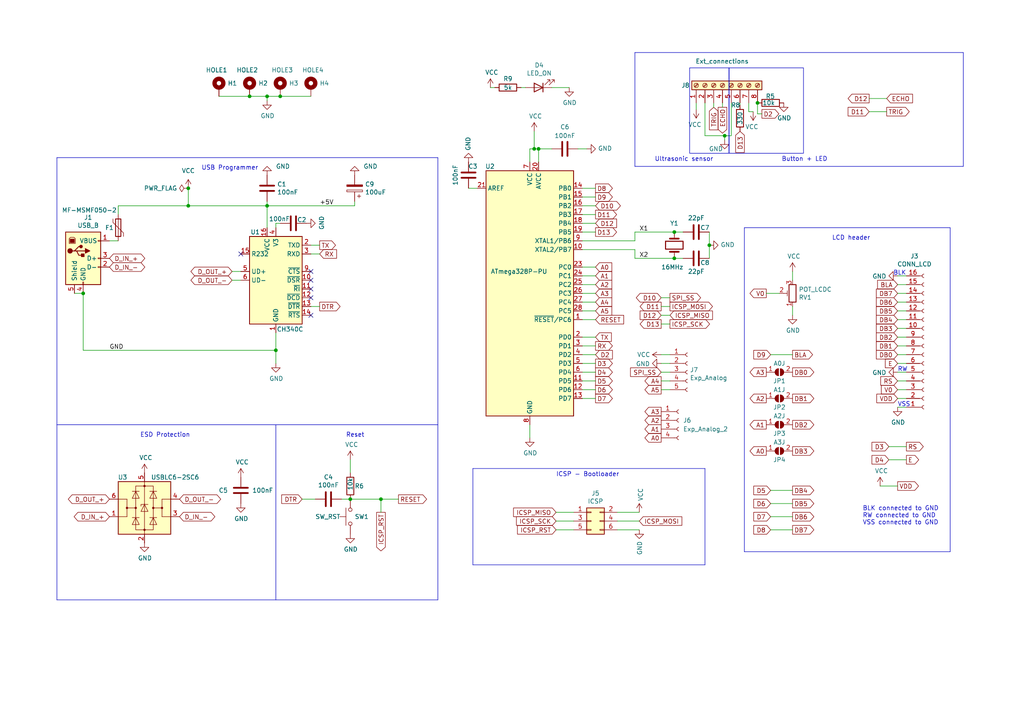
<source format=kicad_sch>
(kicad_sch (version 20250114) (generator "eeschema") (generator_version "9.0")
  (paper "A4")
  (title_block (title "Monitor Serbatoio") (date "2021-02-13") (rev "v1.0_Rev.B") (comment 1 "Versione Espandibile"))
  (rectangle (start 200.025 19.685) (end 211.455 44.45))
  (rectangle (start 211.455 19.685) (end 233.045 44.45))
  (text "RW" (at 260.35 107.95 0) (effects (font (size 1.27 1.27)) (justify left bottom)))
  (text "ESD Protection" (at 40.64 127 0) (effects (font (size 1.27 1.27)) (justify left bottom)))
  (text "BLK" (at 259.08 80.01 0) (effects (font (size 1.27 1.27)) (justify left bottom)))
  (text "Reset" (at 100.33 127 0) (effects (font (size 1.27 1.27)) (justify left bottom)))
  (text "USB Programmer" (at 58.42 49.53 0) (effects (font (size 1.27 1.27)) (justify left bottom)))
  (text "Ultrasonic sensor" (at 189.865 46.99 0) (effects (font (size 1.27 1.27)) (justify left bottom)))
  (text "BLK connected to GND\nRW connected to GND\nVSS connected to GND" (at 250.19 152.4 0) (effects (font (size 1.27 1.27)) (justify left bottom)))
  (text "VSS" (at 260.35 118.11 0) (effects (font (size 1.27 1.27)) (justify left bottom)))
  (text "Button + LED" (at 226.695 46.99 0) (effects (font (size 1.27 1.27)) (justify left bottom)))
  (text "ICSP - Bootloader" (at 161.29 138.43 0) (effects (font (size 1.27 1.27)) (justify left bottom)))
  (text "LCD header" (at 241.3 69.85 0) (effects (font (size 1.27 1.27)) (justify left bottom)))
  (junction (at 156.21 43.18))
  (junction (at 54.61 59.69))
  (junction (at 110.49 144.78))
  (junction (at 101.6 144.78))
  (junction (at 154.94 43.18))
  (junction (at 195.58 74.93))
  (junction (at 80.01 101.6))
  (junction (at 210.185 39.37))
  (junction (at 77.47 59.69))
  (junction (at 54.61 54.61))
  (junction (at 77.47 27.94))
  (junction (at 81.28 27.94))
  (junction (at 195.58 67.31))
  (junction (at 205.74 71.12))
  (junction (at 24.13 85.09))
  (junction (at 219.71 29.845))
  (junction (at 72.39 27.94))
  (no_connect (at 90.17 86.36))
  (no_connect (at 90.17 91.44))
  (no_connect (at 90.17 81.28))
  (no_connect (at 90.17 83.82))
  (no_connect (at 90.17 78.74))
  (no_connect (at 69.85 73.66))
  (wire (pts (xy 168.91 105.41) (xy 172.72 105.41)))
  (wire (pts (xy 168.91 87.63) (xy 172.72 87.63)))
  (wire (pts (xy 168.91 107.95) (xy 172.72 107.95)))
  (wire (pts (xy 80.01 66.04) (xy 80.01 64.77)))
  (wire (pts (xy 161.29 153.67) (xy 166.37 153.67)))
  (wire (pts (xy 260.35 87.63) (xy 262.89 87.63)))
  (polyline (pts (xy 275.59 66.04) (xy 275.59 160.02)))
  (wire (pts (xy 209.55 29.845) (xy 209.55 31.115)))
  (wire (pts (xy 191.77 113.03) (xy 194.31 113.03)))
  (wire (pts (xy 77.47 59.69) (xy 102.87 59.69)))
  (wire (pts (xy 207.01 29.845) (xy 207.01 31.115)))
  (wire (pts (xy 226.06 85.09) (xy 222.25 85.09)))
  (polyline (pts (xy 275.59 160.02) (xy 215.9 160.02)))
  (wire (pts (xy 168.91 57.15) (xy 172.72 57.15)))
  (wire (pts (xy 153.67 123.19) (xy 153.67 127)))
  (wire (pts (xy 168.91 92.71) (xy 172.72 92.71)))
  (polyline (pts (xy 16.51 173.99) (xy 16.51 45.72)))
  (wire (pts (xy 223.52 142.24) (xy 229.87 142.24)))
  (wire (pts (xy 260.35 118.11) (xy 262.89 118.11)))
  (wire (pts (xy 168.91 110.49) (xy 172.72 110.49)))
  (polyline (pts (xy 16.51 45.72) (xy 127 45.72)))
  (wire (pts (xy 210.185 40.64) (xy 210.185 39.37)))
  (wire (pts (xy 168.91 90.17) (xy 172.72 90.17)))
  (wire (pts (xy 191.77 110.49) (xy 194.31 110.49)))
  (wire (pts (xy 168.91 64.77) (xy 172.72 64.77)))
  (wire (pts (xy 260.35 105.41) (xy 262.89 105.41)))
  (wire (pts (xy 77.47 59.69) (xy 77.47 66.04)))
  (wire (pts (xy 204.47 39.37) (xy 210.185 39.37)))
  (wire (pts (xy 172.72 102.87) (xy 168.91 102.87)))
  (wire (pts (xy 168.91 62.23) (xy 172.72 62.23)))
  (polyline (pts (xy 127 173.99) (xy 16.51 173.99)))
  (wire (pts (xy 24.13 85.09) (xy 24.13 101.6)))
  (wire (pts (xy 54.61 59.69) (xy 77.47 59.69)))
  (wire (pts (xy 80.01 64.77) (xy 81.28 64.77)))
  (wire (pts (xy 154.94 38.1) (xy 154.94 43.18)))
  (wire (pts (xy 184.15 72.39) (xy 184.15 74.93)))
  (wire (pts (xy 168.91 97.79) (xy 172.72 97.79)))
  (wire (pts (xy 110.49 148.59) (xy 110.49 144.78)))
  (wire (pts (xy 223.52 153.67) (xy 229.87 153.67)))
  (wire (pts (xy 179.07 153.67) (xy 185.42 153.67)))
  (wire (pts (xy 194.31 86.36) (xy 191.77 86.36)))
  (wire (pts (xy 260.35 97.79) (xy 262.89 97.79)))
  (wire (pts (xy 179.07 151.13) (xy 185.42 151.13)))
  (wire (pts (xy 229.87 81.28) (xy 229.87 78.74)))
  (wire (pts (xy 168.91 54.61) (xy 172.72 54.61)))
  (wire (pts (xy 99.06 144.78) (xy 101.6 144.78)))
  (wire (pts (xy 63.5 27.94) (xy 72.39 27.94)))
  (wire (pts (xy 191.77 107.95) (xy 194.31 107.95)))
  (wire (pts (xy 260.35 85.09) (xy 262.89 85.09)))
  (wire (pts (xy 205.74 67.31) (xy 205.74 71.12)))
  (wire (pts (xy 24.13 101.6) (xy 80.01 101.6)))
  (wire (pts (xy 153.67 43.18) (xy 153.67 46.99)))
  (wire (pts (xy 260.35 80.01) (xy 262.89 80.01)))
  (wire (pts (xy 161.29 148.59) (xy 166.37 148.59)))
  (polyline (pts (xy 127 45.72) (xy 127 173.99)))
  (wire (pts (xy 260.35 100.33) (xy 262.89 100.33)))
  (wire (pts (xy 170.18 43.18) (xy 167.64 43.18)))
  (wire (pts (xy 160.02 25.4) (xy 165.1 25.4)))
  (wire (pts (xy 229.87 91.44) (xy 229.87 88.9)))
  (wire (pts (xy 194.31 91.44) (xy 191.77 91.44)))
  (wire (pts (xy 184.15 74.93) (xy 195.58 74.93)))
  (polyline (pts (xy 204.47 135.89) (xy 204.47 163.83)))
  (wire (pts (xy 110.49 144.78) (xy 115.57 144.78)))
  (wire (pts (xy 77.47 29.21) (xy 77.47 27.94)))
  (wire (pts (xy 260.35 90.17) (xy 262.89 90.17)))
  (wire (pts (xy 168.91 69.85) (xy 184.15 69.85)))
  (wire (pts (xy 194.31 88.9) (xy 191.77 88.9)))
  (wire (pts (xy 184.15 67.31) (xy 195.58 67.31)))
  (wire (pts (xy 198.12 74.93) (xy 195.58 74.93)))
  (polyline (pts (xy 204.47 163.83) (xy 137.16 163.83)))
  (wire (pts (xy 219.71 33.02) (xy 219.71 29.845)))
  (wire (pts (xy 168.91 80.01) (xy 172.72 80.01)))
  (wire (pts (xy 191.77 105.41) (xy 194.31 105.41)))
  (wire (pts (xy 260.35 115.57) (xy 262.89 115.57)))
  (wire (pts (xy 217.17 32.385) (xy 217.17 29.845)))
  (wire (pts (xy 102.87 58.42) (xy 102.87 59.69)))
  (wire (pts (xy 205.74 71.12) (xy 205.74 74.93)))
  (wire (pts (xy 154.94 43.18) (xy 153.67 43.18)))
  (wire (pts (xy 92.71 73.66) (xy 90.17 73.66)))
  (wire (pts (xy 34.29 59.69) (xy 54.61 59.69)))
  (wire (pts (xy 168.91 72.39) (xy 184.15 72.39)))
  (wire (pts (xy 260.35 113.03) (xy 262.89 113.03)))
  (wire (pts (xy 212.09 29.845) (xy 212.09 39.37)))
  (wire (pts (xy 80.01 101.6) (xy 80.01 105.41)))
  (wire (pts (xy 260.35 110.49) (xy 262.89 110.49)))
  (wire (pts (xy 34.29 62.23) (xy 34.29 59.69)))
  (wire (pts (xy 72.39 27.94) (xy 77.47 27.94)))
  (wire (pts (xy 101.6 144.78) (xy 110.49 144.78)))
  (wire (pts (xy 260.35 102.87) (xy 262.89 102.87)))
  (wire (pts (xy 87.63 144.78) (xy 91.44 144.78)))
  (polyline (pts (xy 215.9 66.04) (xy 275.59 66.04)))
  (polyline (pts (xy 137.16 163.83) (xy 137.16 135.89)))
  (wire (pts (xy 223.52 149.86) (xy 229.87 149.86)))
  (wire (pts (xy 168.91 85.09) (xy 172.72 85.09)))
  (wire (pts (xy 138.43 54.61) (xy 135.89 54.61)))
  (wire (pts (xy 255.27 140.97) (xy 260.35 140.97)))
  (wire (pts (xy 161.29 151.13) (xy 166.37 151.13)))
  (wire (pts (xy 81.28 27.94) (xy 90.17 27.94)))
  (wire (pts (xy 260.35 82.55) (xy 262.89 82.55)))
  (wire (pts (xy 31.75 69.85) (xy 34.29 69.85)))
  (wire (pts (xy 168.91 67.31) (xy 172.72 67.31)))
  (wire (pts (xy 92.71 88.9) (xy 90.17 88.9)))
  (wire (pts (xy 252.095 32.385) (xy 257.175 32.385)))
  (wire (pts (xy 80.01 96.52) (xy 80.01 101.6)))
  (wire (pts (xy 156.21 43.18) (xy 160.02 43.18)))
  (wire (pts (xy 260.35 107.95) (xy 262.89 107.95)))
  (wire (pts (xy 195.58 67.31) (xy 198.12 67.31)))
  (wire (pts (xy 21.59 85.09) (xy 24.13 85.09)))
  (wire (pts (xy 214.63 29.845) (xy 214.63 30.48)))
  (wire (pts (xy 257.81 129.54) (xy 262.89 129.54)))
  (polyline (pts (xy 279.4 15.24) (xy 279.4 48.26)))
  (wire (pts (xy 168.91 100.33) (xy 172.72 100.33)))
  (wire (pts (xy 67.31 78.74) (xy 69.85 78.74)))
  (wire (pts (xy 142.24 25.4) (xy 143.51 25.4)))
  (wire (pts (xy 184.15 69.85) (xy 184.15 67.31)))
  (wire (pts (xy 168.91 82.55) (xy 172.72 82.55)))
  (wire (pts (xy 168.91 113.03) (xy 172.72 113.03)))
  (wire (pts (xy 257.81 133.35) (xy 262.89 133.35)))
  (wire (pts (xy 257.175 28.575) (xy 252.095 28.575)))
  (polyline (pts (xy 184.15 15.24) (xy 279.4 15.24)))
  (polyline (pts (xy 184.15 48.26) (xy 184.15 15.24)))
  (wire (pts (xy 260.35 92.71) (xy 262.89 92.71)))
  (wire (pts (xy 154.94 43.18) (xy 156.21 43.18)))
  (wire (pts (xy 191.77 93.98) (xy 194.31 93.98)))
  (wire (pts (xy 54.61 54.61) (xy 54.61 59.69)))
  (wire (pts (xy 151.13 25.4) (xy 152.4 25.4)))
  (polyline (pts (xy 16.51 123.19) (xy 127 123.19)))
  (wire (pts (xy 168.91 77.47) (xy 172.72 77.47)))
  (wire (pts (xy 212.09 39.37) (xy 210.185 39.37)))
  (polyline (pts (xy 137.16 135.89) (xy 204.47 135.89)))
  (polyline (pts (xy 80.01 123.19) (xy 80.01 173.99)))
  (wire (pts (xy 220.98 33.02) (xy 219.71 33.02)))
  (wire (pts (xy 77.47 58.42) (xy 77.47 59.69)))
  (wire (pts (xy 260.35 95.25) (xy 262.89 95.25)))
  (wire (pts (xy 223.52 102.87) (xy 229.87 102.87)))
  (wire (pts (xy 156.21 43.18) (xy 156.21 46.99)))
  (wire (pts (xy 77.47 27.94) (xy 81.28 27.94)))
  (wire (pts (xy 201.93 31.75) (xy 201.93 29.845)))
  (polyline (pts (xy 184.15 48.26) (xy 279.4 48.26)))
  (wire (pts (xy 191.77 102.87) (xy 194.31 102.87)))
  (wire (pts (xy 204.47 39.37) (xy 204.47 29.845)))
  (wire (pts (xy 179.07 148.59) (xy 185.42 148.59)))
  (wire (pts (xy 101.6 137.16) (xy 101.6 133.35)))
  (wire (pts (xy 172.72 59.69) (xy 168.91 59.69)))
  (wire (pts (xy 92.71 71.12) (xy 90.17 71.12)))
  (wire (pts (xy 218.44 32.385) (xy 217.17 32.385)))
  (wire (pts (xy 67.31 81.28) (xy 69.85 81.28)))
  (polyline (pts (xy 215.9 160.02) (xy 215.9 66.04)))
  (wire (pts (xy 223.52 146.05) (xy 229.87 146.05)))
  (wire (pts (xy 168.91 115.57) (xy 172.72 115.57)))
  (label "GND" (at 31.75 101.6 0))
  (label "X1" (at 185.42 67.31 0))
  (label "+5V" (at 92.71 59.69 0))
  (label "X2" (at 185.42 74.93 0))
  (global_label "D2" (shape output) (at 220.98 33.02 0) (property "Intersheetrefs" "${INTERSHEET_REFS}" (effects (hide yes))) (property "Riferimenti inter-foglio" "${INTERSHEET_REFS}" (effects (hide yes))))
  (global_label "DB0" (shape input) (at 260.35 102.87 180) (property "Intersheetrefs" "${INTERSHEET_REFS}" (effects (hide yes))) (property "Riferimenti inter-foglio" "${INTERSHEET_REFS}" (effects (hide yes))))
  (global_label "D9" (shape output) (at 172.72 57.15 0) (property "Intersheetrefs" "${INTERSHEET_REFS}" (effects (hide yes))) (property "Riferimenti inter-foglio" "${INTERSHEET_REFS}" (effects (hide yes))))
  (global_label "D12" (shape output) (at 252.095 28.575 180) (property "Intersheetrefs" "${INTERSHEET_REFS}" (effects (hide yes))) (property "Riferimenti inter-foglio" "${INTERSHEET_REFS}" (effects (hide yes))))
  (global_label "D_OUT_+" (shape bidirectional) (at 67.31 78.74 180) (property "Intersheetrefs" "${INTERSHEET_REFS}" (effects (hide yes))) (property "Riferimenti inter-foglio" "${INTERSHEET_REFS}" (effects (hide yes))))
  (global_label "D3" (shape input) (at 257.81 129.54 180) (property "Intersheetrefs" "${INTERSHEET_REFS}" (effects (hide yes))) (property "Riferimenti inter-foglio" "${INTERSHEET_REFS}" (effects (hide yes))))
  (global_label "A4" (shape output) (at 191.77 110.49 180) (property "Intersheetrefs" "${INTERSHEET_REFS}" (effects (hide yes))) (property "Riferimenti inter-foglio" "${INTERSHEET_REFS}" (effects (hide yes))))
  (global_label "DTR" (shape output) (at 92.71 88.9 0) (property "Intersheetrefs" "${INTERSHEET_REFS}" (effects (hide yes))) (property "Riferimenti inter-foglio" "${INTERSHEET_REFS}" (effects (hide yes))))
  (global_label "D11" (shape output) (at 172.72 62.23 0) (property "Intersheetrefs" "${INTERSHEET_REFS}" (effects (hide yes))) (property "Riferimenti inter-foglio" "${INTERSHEET_REFS}" (effects (hide yes))))
  (global_label "D4" (shape output) (at 172.72 107.95 0) (property "Intersheetrefs" "${INTERSHEET_REFS}" (effects (hide yes))) (property "Riferimenti inter-foglio" "${INTERSHEET_REFS}" (effects (hide yes))))
  (global_label "RX" (shape input) (at 92.71 73.66 0) (property "Intersheetrefs" "${INTERSHEET_REFS}" (effects (hide yes))) (property "Riferimenti inter-foglio" "${INTERSHEET_REFS}" (effects (hide yes))))
  (global_label "DB0" (shape output) (at 229.87 107.95 0) (property "Intersheetrefs" "${INTERSHEET_REFS}" (effects (hide yes))) (property "Riferimenti inter-foglio" "${INTERSHEET_REFS}" (effects (hide yes))))
  (global_label "D13" (shape output) (at 172.72 67.31 0) (property "Intersheetrefs" "${INTERSHEET_REFS}" (effects (hide yes))) (property "Riferimenti inter-foglio" "${INTERSHEET_REFS}" (effects (hide yes))))
  (global_label "DB5" (shape output) (at 229.87 146.05 0) (property "Intersheetrefs" "${INTERSHEET_REFS}" (effects (hide yes))) (property "Riferimenti inter-foglio" "${INTERSHEET_REFS}" (effects (hide yes))))
  (global_label "D12" (shape input) (at 172.72 64.77 0) (property "Intersheetrefs" "${INTERSHEET_REFS}" (effects (hide yes))) (property "Riferimenti inter-foglio" "${INTERSHEET_REFS}" (effects (hide yes))))
  (global_label "A5" (shape output) (at 191.77 113.03 180) (property "Intersheetrefs" "${INTERSHEET_REFS}" (effects (hide yes))) (property "Riferimenti inter-foglio" "${INTERSHEET_REFS}" (effects (hide yes))))
  (global_label "A1" (shape output) (at 191.77 124.46 180) (property "Intersheetrefs" "${INTERSHEET_REFS}" (effects (hide yes))) (property "Riferimenti inter-foglio" "${INTERSHEET_REFS}" (effects (hide yes))))
  (global_label "DB1" (shape output) (at 229.87 115.57 0) (property "Intersheetrefs" "${INTERSHEET_REFS}" (effects (hide yes))) (property "Riferimenti inter-foglio" "${INTERSHEET_REFS}" (effects (hide yes))))
  (global_label "D_IN_+" (shape bidirectional) (at 31.75 149.86 180) (property "Intersheetrefs" "${INTERSHEET_REFS}" (effects (hide yes))) (property "Riferimenti inter-foglio" "${INTERSHEET_REFS}" (effects (hide yes))))
  (global_label "A1" (shape output) (at 222.25 123.19 180) (property "Intersheetrefs" "${INTERSHEET_REFS}" (effects (hide yes))) (property "Riferimenti inter-foglio" "${INTERSHEET_REFS}" (effects (hide yes))))
  (global_label "DB4" (shape output) (at 229.87 142.24 0) (property "Intersheetrefs" "${INTERSHEET_REFS}" (effects (hide yes))) (property "Riferimenti inter-foglio" "${INTERSHEET_REFS}" (effects (hide yes))))
  (global_label "ICSP_RST" (shape input) (at 161.29 153.67 180) (property "Intersheetrefs" "${INTERSHEET_REFS}" (effects (hide yes))) (property "Riferimenti inter-foglio" "${INTERSHEET_REFS}" (effects (hide yes))))
  (global_label "DB7" (shape input) (at 260.35 85.09 180) (property "Intersheetrefs" "${INTERSHEET_REFS}" (effects (hide yes))) (property "Riferimenti inter-foglio" "${INTERSHEET_REFS}" (effects (hide yes))))
  (global_label "D_IN_-" (shape bidirectional) (at 31.75 77.47 0) (property "Intersheetrefs" "${INTERSHEET_REFS}" (effects (hide yes))) (property "Riferimenti inter-foglio" "${INTERSHEET_REFS}" (effects (hide yes))))
  (global_label "ICSP_MOSI" (shape input) (at 185.42 151.13 0) (property "Intersheetrefs" "${INTERSHEET_REFS}" (effects (hide yes))) (property "Riferimenti inter-foglio" "${INTERSHEET_REFS}" (effects (hide yes))))
  (global_label "A4" (shape input) (at 172.72 87.63 0) (property "Intersheetrefs" "${INTERSHEET_REFS}" (effects (hide yes))) (property "Riferimenti inter-foglio" "${INTERSHEET_REFS}" (effects (hide yes))))
  (global_label "A0" (shape output) (at 222.25 130.81 180) (property "Intersheetrefs" "${INTERSHEET_REFS}" (effects (hide yes))) (property "Riferimenti inter-foglio" "${INTERSHEET_REFS}" (effects (hide yes))))
  (global_label "D4" (shape input) (at 257.81 133.35 180) (property "Intersheetrefs" "${INTERSHEET_REFS}" (effects (hide yes))) (property "Riferimenti inter-foglio" "${INTERSHEET_REFS}" (effects (hide yes))))
  (global_label "D7" (shape output) (at 172.72 115.57 0) (property "Intersheetrefs" "${INTERSHEET_REFS}" (effects (hide yes))) (property "Riferimenti inter-foglio" "${INTERSHEET_REFS}" (effects (hide yes))))
  (global_label "DB4" (shape input) (at 260.35 92.71 180) (property "Intersheetrefs" "${INTERSHEET_REFS}" (effects (hide yes))) (property "Riferimenti inter-foglio" "${INTERSHEET_REFS}" (effects (hide yes))))
  (global_label "TRIG" (shape output) (at 257.175 32.385 0) (property "Intersheetrefs" "${INTERSHEET_REFS}" (effects (hide yes))) (property "Riferimenti inter-foglio" "${INTERSHEET_REFS}" (effects (hide yes))))
  (global_label "RS" (shape output) (at 262.89 129.54 0) (property "Intersheetrefs" "${INTERSHEET_REFS}" (effects (hide yes))) (property "Riferimenti inter-foglio" "${INTERSHEET_REFS}" (effects (hide yes))))
  (global_label "ICSP_RST" (shape output) (at 110.49 148.59 270) (property "Intersheetrefs" "${INTERSHEET_REFS}" (effects (hide yes))) (property "Riferimenti inter-foglio" "${INTERSHEET_REFS}" (effects (hide yes))))
  (global_label "ICSP_SCK" (shape output) (at 194.31 93.98 0) (property "Intersheetrefs" "${INTERSHEET_REFS}" (effects (hide yes))) (property "Riferimenti inter-foglio" "${INTERSHEET_REFS}" (effects (hide yes))))
  (global_label "A3" (shape output) (at 191.77 119.38 180) (property "Intersheetrefs" "${INTERSHEET_REFS}" (effects (hide yes))) (property "Riferimenti inter-foglio" "${INTERSHEET_REFS}" (effects (hide yes))))
  (global_label "BLA" (shape output) (at 229.87 102.87 0) (property "Intersheetrefs" "${INTERSHEET_REFS}" (effects (hide yes))) (property "Riferimenti inter-foglio" "${INTERSHEET_REFS}" (effects (hide yes))))
  (global_label "RS" (shape input) (at 260.35 110.49 180) (property "Intersheetrefs" "${INTERSHEET_REFS}" (effects (hide yes))) (property "Riferimenti inter-foglio" "${INTERSHEET_REFS}" (effects (hide yes))))
  (global_label "D9" (shape input) (at 223.52 102.87 180) (property "Intersheetrefs" "${INTERSHEET_REFS}" (effects (hide yes))) (property "Riferimenti inter-foglio" "${INTERSHEET_REFS}" (effects (hide yes))))
  (global_label "ICSP_MISO" (shape input) (at 161.29 148.59 180) (property "Intersheetrefs" "${INTERSHEET_REFS}" (effects (hide yes))) (property "Riferimenti inter-foglio" "${INTERSHEET_REFS}" (effects (hide yes))))
  (global_label "D_IN_+" (shape bidirectional) (at 31.75 74.93 0) (property "Intersheetrefs" "${INTERSHEET_REFS}" (effects (hide yes))) (property "Riferimenti inter-foglio" "${INTERSHEET_REFS}" (effects (hide yes))))
  (global_label "D12" (shape input) (at 191.77 91.44 180) (property "Intersheetrefs" "${INTERSHEET_REFS}" (effects (hide yes))) (property "Riferimenti inter-foglio" "${INTERSHEET_REFS}" (effects (hide yes))))
  (global_label "A2" (shape output) (at 222.25 115.57 180) (property "Intersheetrefs" "${INTERSHEET_REFS}" (effects (hide yes))) (property "Riferimenti inter-foglio" "${INTERSHEET_REFS}" (effects (hide yes))))
  (global_label "ECHO" (shape input) (at 257.175 28.575 0) (property "Intersheetrefs" "${INTERSHEET_REFS}" (effects (hide yes))) (property "Riferimenti inter-foglio" "${INTERSHEET_REFS}" (effects (hide yes))))
  (global_label "D_IN_-" (shape bidirectional) (at 52.07 149.86 0) (property "Intersheetrefs" "${INTERSHEET_REFS}" (effects (hide yes))) (property "Riferimenti inter-foglio" "${INTERSHEET_REFS}" (effects (hide yes))))
  (global_label "D_OUT_+" (shape bidirectional) (at 31.75 144.78 180) (property "Intersheetrefs" "${INTERSHEET_REFS}" (effects (hide yes))) (property "Riferimenti inter-foglio" "${INTERSHEET_REFS}" (effects (hide yes))))
  (global_label "RESET" (shape input) (at 172.72 92.71 0) (property "Intersheetrefs" "${INTERSHEET_REFS}" (effects (hide yes))) (property "Riferimenti inter-foglio" "${INTERSHEET_REFS}" (effects (hide yes))))
  (global_label "A2" (shape input) (at 172.72 82.55 0) (property "Intersheetrefs" "${INTERSHEET_REFS}" (effects (hide yes))) (property "Riferimenti inter-foglio" "${INTERSHEET_REFS}" (effects (hide yes))))
  (global_label "TX" (shape output) (at 92.71 71.12 0) (property "Intersheetrefs" "${INTERSHEET_REFS}" (effects (hide yes))) (property "Riferimenti inter-foglio" "${INTERSHEET_REFS}" (effects (hide yes))))
  (global_label "RESET" (shape output) (at 115.57 144.78 0) (property "Intersheetrefs" "${INTERSHEET_REFS}" (effects (hide yes))) (property "Riferimenti inter-foglio" "${INTERSHEET_REFS}" (effects (hide yes))))
  (global_label "E" (shape output) (at 262.89 133.35 0) (property "Intersheetrefs" "${INTERSHEET_REFS}" (effects (hide yes))) (property "Riferimenti inter-foglio" "${INTERSHEET_REFS}" (effects (hide yes))))
  (global_label "BLA" (shape input) (at 260.35 82.55 180) (property "Intersheetrefs" "${INTERSHEET_REFS}" (effects (hide yes))) (property "Riferimenti inter-foglio" "${INTERSHEET_REFS}" (effects (hide yes))))
  (global_label "D5" (shape input) (at 223.52 142.24 180) (property "Intersheetrefs" "${INTERSHEET_REFS}" (effects (hide yes))) (property "Riferimenti inter-foglio" "${INTERSHEET_REFS}" (effects (hide yes))))
  (global_label "TX" (shape input) (at 172.72 97.79 0) (property "Intersheetrefs" "${INTERSHEET_REFS}" (effects (hide yes))) (property "Riferimenti inter-foglio" "${INTERSHEET_REFS}" (effects (hide yes))))
  (global_label "VDD" (shape output) (at 260.35 140.97 0) (property "Intersheetrefs" "${INTERSHEET_REFS}" (effects (hide yes))) (property "Riferimenti inter-foglio" "${INTERSHEET_REFS}" (effects (hide yes))))
  (global_label "DB1" (shape input) (at 260.35 100.33 180) (property "Intersheetrefs" "${INTERSHEET_REFS}" (effects (hide yes))) (property "Riferimenti inter-foglio" "${INTERSHEET_REFS}" (effects (hide yes))))
  (global_label "RX" (shape output) (at 172.72 100.33 0) (property "Intersheetrefs" "${INTERSHEET_REFS}" (effects (hide yes))) (property "Riferimenti inter-foglio" "${INTERSHEET_REFS}" (effects (hide yes))))
  (global_label "ICSP_MISO" (shape input) (at 194.31 91.44 0) (property "Intersheetrefs" "${INTERSHEET_REFS}" (effects (hide yes))) (property "Riferimenti inter-foglio" "${INTERSHEET_REFS}" (effects (hide yes))))
  (global_label "DB2" (shape output) (at 229.87 123.19 0) (property "Intersheetrefs" "${INTERSHEET_REFS}" (effects (hide yes))) (property "Riferimenti inter-foglio" "${INTERSHEET_REFS}" (effects (hide yes))))
  (global_label "D7" (shape input) (at 223.52 149.86 180) (property "Intersheetrefs" "${INTERSHEET_REFS}" (effects (hide yes))) (property "Riferimenti inter-foglio" "${INTERSHEET_REFS}" (effects (hide yes))))
  (global_label "DB5" (shape input) (at 260.35 90.17 180) (property "Intersheetrefs" "${INTERSHEET_REFS}" (effects (hide yes))) (property "Riferimenti inter-foglio" "${INTERSHEET_REFS}" (effects (hide yes))))
  (global_label "D_OUT_-" (shape bidirectional) (at 52.07 144.78 0) (property "Intersheetrefs" "${INTERSHEET_REFS}" (effects (hide yes))) (property "Riferimenti inter-foglio" "${INTERSHEET_REFS}" (effects (hide yes))))
  (global_label "D13" (shape output) (at 191.77 93.98 180) (property "Intersheetrefs" "${INTERSHEET_REFS}" (effects (hide yes))) (property "Riferimenti inter-foglio" "${INTERSHEET_REFS}" (effects (hide yes))))
  (global_label "A0" (shape input) (at 172.72 77.47 0) (property "Intersheetrefs" "${INTERSHEET_REFS}" (effects (hide yes))) (property "Riferimenti inter-foglio" "${INTERSHEET_REFS}" (effects (hide yes))))
  (global_label "DB2" (shape input) (at 260.35 97.79 180) (property "Intersheetrefs" "${INTERSHEET_REFS}" (effects (hide yes))) (property "Riferimenti inter-foglio" "${INTERSHEET_REFS}" (effects (hide yes))))
  (global_label "SPI_SS" (shape input) (at 191.77 107.95 180) (property "Intersheetrefs" "${INTERSHEET_REFS}" (effects (hide yes))) (property "Riferimenti inter-foglio" "${INTERSHEET_REFS}" (effects (hide yes))))
  (global_label "ICSP_SCK" (shape input) (at 161.29 151.13 180) (property "Intersheetrefs" "${INTERSHEET_REFS}" (effects (hide yes))) (property "Riferimenti inter-foglio" "${INTERSHEET_REFS}" (effects (hide yes))))
  (global_label "D2" (shape input) (at 172.72 102.87 0) (property "Intersheetrefs" "${INTERSHEET_REFS}" (effects (hide yes))) (property "Riferimenti inter-foglio" "${INTERSHEET_REFS}" (effects (hide yes))))
  (global_label "DB6" (shape output) (at 229.87 149.86 0) (property "Intersheetrefs" "${INTERSHEET_REFS}" (effects (hide yes))) (property "Riferimenti inter-foglio" "${INTERSHEET_REFS}" (effects (hide yes))))
  (global_label "DB7" (shape output) (at 229.87 153.67 0) (property "Intersheetrefs" "${INTERSHEET_REFS}" (effects (hide yes))) (property "Riferimenti inter-foglio" "${INTERSHEET_REFS}" (effects (hide yes))))
  (global_label "D_OUT_-" (shape bidirectional) (at 67.31 81.28 180) (property "Intersheetrefs" "${INTERSHEET_REFS}" (effects (hide yes))) (property "Riferimenti inter-foglio" "${INTERSHEET_REFS}" (effects (hide yes))))
  (global_label "D11" (shape input) (at 252.095 32.385 180) (property "Intersheetrefs" "${INTERSHEET_REFS}" (effects (hide yes))) (property "Riferimenti inter-foglio" "${INTERSHEET_REFS}" (effects (hide yes))))
  (global_label "A3" (shape output) (at 222.25 107.95 180) (property "Intersheetrefs" "${INTERSHEET_REFS}" (effects (hide yes))) (property "Riferimenti inter-foglio" "${INTERSHEET_REFS}" (effects (hide yes))))
  (global_label "ECHO" (shape output) (at 209.55 31.115 270) (property "Intersheetrefs" "${INTERSHEET_REFS}" (effects (hide yes))) (property "Riferimenti inter-foglio" "${INTERSHEET_REFS}" (effects (hide yes))))
  (global_label "DB3" (shape input) (at 260.35 95.25 180) (property "Intersheetrefs" "${INTERSHEET_REFS}" (effects (hide yes))) (property "Riferimenti inter-foglio" "${INTERSHEET_REFS}" (effects (hide yes))))
  (global_label "ICSP_MOSI" (shape output) (at 194.31 88.9 0) (property "Intersheetrefs" "${INTERSHEET_REFS}" (effects (hide yes))) (property "Riferimenti inter-foglio" "${INTERSHEET_REFS}" (effects (hide yes))))
  (global_label "D3" (shape output) (at 172.72 105.41 0) (property "Intersheetrefs" "${INTERSHEET_REFS}" (effects (hide yes))) (property "Riferimenti inter-foglio" "${INTERSHEET_REFS}" (effects (hide yes))))
  (global_label "TRIG" (shape input) (at 207.01 31.115 270) (property "Intersheetrefs" "${INTERSHEET_REFS}" (effects (hide yes))) (property "Riferimenti inter-foglio" "${INTERSHEET_REFS}" (effects (hide yes))))
  (global_label "A0" (shape output) (at 191.77 127 180) (property "Intersheetrefs" "${INTERSHEET_REFS}" (effects (hide yes))) (property "Riferimenti inter-foglio" "${INTERSHEET_REFS}" (effects (hide yes))))
  (global_label "V0" (shape input) (at 260.35 113.03 180) (property "Intersheetrefs" "${INTERSHEET_REFS}" (effects (hide yes))) (property "Riferimenti inter-foglio" "${INTERSHEET_REFS}" (effects (hide yes))))
  (global_label "SPI_SS" (shape output) (at 194.31 86.36 0) (property "Intersheetrefs" "${INTERSHEET_REFS}" (effects (hide yes))) (property "Riferimenti inter-foglio" "${INTERSHEET_REFS}" (effects (hide yes))))
  (global_label "A2" (shape output) (at 191.77 121.92 180) (property "Intersheetrefs" "${INTERSHEET_REFS}" (effects (hide yes))) (property "Riferimenti inter-foglio" "${INTERSHEET_REFS}" (effects (hide yes))))
  (global_label "A1" (shape input) (at 172.72 80.01 0) (property "Intersheetrefs" "${INTERSHEET_REFS}" (effects (hide yes))) (property "Riferimenti inter-foglio" "${INTERSHEET_REFS}" (effects (hide yes))))
  (global_label "DB3" (shape output) (at 229.87 130.81 0) (property "Intersheetrefs" "${INTERSHEET_REFS}" (effects (hide yes))) (property "Riferimenti inter-foglio" "${INTERSHEET_REFS}" (effects (hide yes))))
  (global_label "V0" (shape output) (at 222.25 85.09 180) (property "Intersheetrefs" "${INTERSHEET_REFS}" (effects (hide yes))) (property "Riferimenti inter-foglio" "${INTERSHEET_REFS}" (effects (hide yes))))
  (global_label "D10" (shape bidirectional) (at 172.72 59.69 0) (property "Intersheetrefs" "${INTERSHEET_REFS}" (effects (hide yes))) (property "Riferimenti inter-foglio" "${INTERSHEET_REFS}" (effects (hide yes))))
  (global_label "A3" (shape input) (at 172.72 85.09 0) (property "Intersheetrefs" "${INTERSHEET_REFS}" (effects (hide yes))) (property "Riferimenti inter-foglio" "${INTERSHEET_REFS}" (effects (hide yes))))
  (global_label "D6" (shape input) (at 223.52 146.05 180) (property "Intersheetrefs" "${INTERSHEET_REFS}" (effects (hide yes))) (property "Riferimenti inter-foglio" "${INTERSHEET_REFS}" (effects (hide yes))))
  (global_label "D11" (shape output) (at 191.77 88.9 180) (property "Intersheetrefs" "${INTERSHEET_REFS}" (effects (hide yes))) (property "Riferimenti inter-foglio" "${INTERSHEET_REFS}" (effects (hide yes))))
  (global_label "D8" (shape input) (at 223.52 153.67 180) (property "Intersheetrefs" "${INTERSHEET_REFS}" (effects (hide yes))) (property "Riferimenti inter-foglio" "${INTERSHEET_REFS}" (effects (hide yes))))
  (global_label "DTR" (shape input) (at 87.63 144.78 180) (property "Intersheetrefs" "${INTERSHEET_REFS}" (effects (hide yes))) (property "Riferimenti inter-foglio" "${INTERSHEET_REFS}" (effects (hide yes))))
  (global_label "VDD" (shape input) (at 260.35 115.57 180) (property "Intersheetrefs" "${INTERSHEET_REFS}" (effects (hide yes))) (property "Riferimenti inter-foglio" "${INTERSHEET_REFS}" (effects (hide yes))))
  (global_label "D6" (shape output) (at 172.72 113.03 0) (property "Intersheetrefs" "${INTERSHEET_REFS}" (effects (hide yes))) (property "Riferimenti inter-foglio" "${INTERSHEET_REFS}" (effects (hide yes))))
  (global_label "A5" (shape input) (at 172.72 90.17 0) (property "Intersheetrefs" "${INTERSHEET_REFS}" (effects (hide yes))) (property "Riferimenti inter-foglio" "${INTERSHEET_REFS}" (effects (hide yes))))
  (global_label "DB6" (shape input) (at 260.35 87.63 180) (property "Intersheetrefs" "${INTERSHEET_REFS}" (effects (hide yes))) (property "Riferimenti inter-foglio" "${INTERSHEET_REFS}" (effects (hide yes))))
  (global_label "D13" (shape input) (at 214.63 38.1 270) (property "Intersheetrefs" "${INTERSHEET_REFS}" (effects (hide yes))) (property "Riferimenti inter-foglio" "${INTERSHEET_REFS}" (effects (hide yes))))
  (global_label "E" (shape input) (at 260.35 105.41 180) (property "Intersheetrefs" "${INTERSHEET_REFS}" (effects (hide yes))) (property "Riferimenti inter-foglio" "${INTERSHEET_REFS}" (effects (hide yes))))
  (global_label "D10" (shape bidirectional) (at 191.77 86.36 180) (property "Intersheetrefs" "${INTERSHEET_REFS}" (effects (hide yes))) (property "Riferimenti inter-foglio" "${INTERSHEET_REFS}" (effects (hide yes))))
  (global_label "D5" (shape output) (at 172.72 110.49 0) (property "Intersheetrefs" "${INTERSHEET_REFS}" (effects (hide yes))) (property "Riferimenti inter-foglio" "${INTERSHEET_REFS}" (effects (hide yes))))
  (global_label "D8" (shape output) (at 172.72 54.61 0) (property "Intersheetrefs" "${INTERSHEET_REFS}" (effects (hide yes))) (property "Riferimenti inter-foglio" "${INTERSHEET_REFS}" (effects (hide yes))))
  (symbol (lib_id "MCU_Microchip_ATmega:ATmega328P-PU") (at 153.67 85.09 0) (unit 1)
    (property "Reference" "U2" (at 143.51 48.26 0) (effects (justify right)))
    (property "Value" "ATmega328P-PU" (at 158.75 78.74 0) (effects (justify right)))
    (property "Footprint" "Package_DIP:DIP-28_W7.62mm" (effects (hide yes)))
    (property "Datasheet" "http://ww1.microchip.com/downloads/en/DeviceDoc/ATmega328_P%20AVR%20MCU%20with%20picoPower%20Technology%20Data%20Sheet%2040001984A.pdf" (effects (hide yes)))
  )
  (symbol (lib_id "Device:R") (at 214.63 34.29 180) (unit 1)
    (property "Reference" "R8" (at 213.36 30.48 0))
    (property "Value" "330" (at 214.63 34.29 90))
    (property "Footprint" "Resistor_THT:R_Axial_DIN0309_L9.0mm_D3.2mm_P12.70mm_Horizontal" (effects (hide yes)))
  )
  (symbol (lib_id "power:GND") (at 229.87 91.44 0) (unit 1)
    (property "Reference" "#PWR016" (effects (hide yes)))
    (property "Value" "GND" (at 229.997 95.8342 0))
  )
  (symbol (lib_id "Device:R_POT_TRIM") (at 229.87 85.09 180) (unit 1)
    (property "Reference" "RV1" (at 231.648 86.2584 0) (effects (justify right)))
    (property "Value" "POT_LCDC" (at 231.648 83.947 0) (effects (justify right)))
    (property "Footprint" "simboli_custom:Trimmer_ACP_470" (effects (hide yes)))
  )
  (symbol (lib_id "Connector:Conn_01x16_Female") (at 267.97 100.33 0) (mirror x) (unit 1)
    (property "Reference" "J3" (at 265.2268 74.295 0))
    (property "Value" "CONN_LCD" (at 265.2268 76.6064 0))
    (property "Footprint" "Connector_PinSocket_2.54mm:PinSocket_1x16_P2.54mm_Vertical" (effects (hide yes)))
  )
  (symbol (lib_id "Device:Crystal") (at 195.58 71.12 90) (unit 1)
    (property "Reference" "Y1" (at 194.31 64.77 90) (effects (justify right)))
    (property "Value" "16MHz" (at 191.77 77.47 90) (effects (justify right)))
    (property "Footprint" "simboli_custom:Crystal_TH_AS16_5mm" (effects (hide yes)))
  )
  (symbol (lib_id "livello_serbatoio_definitiva-rescue:USB_B-Connector") (at 24.13 74.93 0) (unit 1)
    (property "Reference" "J1" (at 25.5778 63.0682 0))
    (property "Value" "USB_B" (at 25.5778 65.3796 0))
    (property "Footprint" "simboli_custom:USB_B_OST_USB-B1HSxx_Horizontal" (effects (hide yes)))
    (property "Datasheet" " ~" (effects (hide yes)))
  )
  (symbol (lib_id "Device:C") (at 163.83 43.18 90) (unit 1)
    (property "Reference" "C6" (at 163.83 36.83 90))
    (property "Value" "100nF" (at 163.83 39.37 90))
    (property "Footprint" "Capacitor_THT:C_Disc_D5.0mm_W2.5mm_P2.50mm" (effects (hide yes)))
  )
  (symbol (lib_id "power:GND") (at 80.01 105.41 0) (unit 1)
    (property "Reference" "#PWR02" (effects (hide yes)))
    (property "Value" "GND" (at 80.137 109.8042 0))
  )
  (symbol (lib_id "Device:C") (at 77.47 54.61 0) (unit 1)
    (property "Reference" "C1" (at 80.391 53.4416 0) (effects (justify left)))
    (property "Value" "100nF" (at 80.391 55.753 0) (effects (justify left)))
    (property "Footprint" "Capacitor_THT:C_Disc_D5.0mm_W2.5mm_P2.50mm" (effects (hide yes)))
  )
  (symbol (lib_id "power:GND") (at 153.67 127 0) (unit 1)
    (property "Reference" "#PWR06" (effects (hide yes)))
    (property "Value" "GND" (at 153.797 131.3942 0))
  )
  (symbol (lib_id "Device:C") (at 85.09 64.77 90) (unit 1)
    (property "Reference" "C2" (at 88.9 63.754 90) (effects (justify left)))
    (property "Value" "100nF" (at 84.074 63.5 90) (effects (justify left)))
    (property "Footprint" "Capacitor_THT:C_Disc_D5.0mm_W2.5mm_P2.50mm" (effects (hide yes)))
  )
  (symbol (lib_id "Device:C") (at 201.93 67.31 270) (unit 1)
    (property "Reference" "C7" (at 204.47 66.04 90))
    (property "Value" "22pF" (at 201.93 63.2206 90))
    (property "Footprint" "Capacitor_THT:C_Disc_D5.0mm_W2.5mm_P2.50mm" (effects (hide yes)))
  )
  (symbol (lib_id "Device:C") (at 201.93 74.93 270) (unit 1)
    (property "Reference" "C8" (at 204.47 76.2 90))
    (property "Value" "22pF" (at 201.93 78.74 90))
    (property "Footprint" "Capacitor_THT:C_Disc_D5.0mm_W2.5mm_P2.50mm" (effects (hide yes)))
  )
  (symbol (lib_id "power:GND") (at 205.74 71.12 90) (unit 1)
    (property "Reference" "#PWR010" (effects (hide yes)))
    (property "Value" "GND" (at 208.9912 70.993 90) (effects (justify right)))
  )
  (symbol (lib_id "power:GND") (at 170.18 43.18 90) (unit 1)
    (property "Reference" "#PWR08" (effects (hide yes)))
    (property "Value" "GND" (at 173.4312 43.053 90) (effects (justify right)))
  )
  (symbol (lib_id "Device:R") (at 101.6 140.97 0) (unit 1)
    (property "Reference" "R6" (at 102.87 140.97 0) (effects (justify left)))
    (property "Value" "10k" (at 101.6 142.24 90) (effects (justify left)))
    (property "Footprint" "Resistor_THT:R_Axial_DIN0309_L9.0mm_D3.2mm_P12.70mm_Horizontal" (effects (hide yes)))
  )
  (symbol (lib_id "Device:C") (at 95.25 144.78 270) (unit 1)
    (property "Reference" "C4" (at 95.25 138.3792 90))
    (property "Value" "100nF" (at 95.25 140.6906 90))
    (property "Footprint" "Capacitor_THT:C_Disc_D5.0mm_W2.5mm_P2.50mm" (effects (hide yes)))
  )
  (symbol (lib_id "power:GND") (at 101.6 154.94 0) (unit 1)
    (property "Reference" "#PWR04" (effects (hide yes)))
    (property "Value" "GND" (at 101.727 159.3342 0))
  )
  (symbol (lib_id "Switch:SW_Push") (at 101.6 149.86 90) (unit 1)
    (property "Reference" "SW1" (at 102.87 149.86 90) (effects (justify right)))
    (property "Value" "SW_RST" (at 91.44 149.86 90) (effects (justify right)))
    (property "Footprint" "Button_Switch_THT:SW_PUSH_6mm_H5mm" (effects (hide yes)))
  )
  (symbol (lib_id "Device:C") (at 135.89 50.8 180) (unit 1)
    (property "Reference" "C3" (at 137.16 48.26 0))
    (property "Value" "100nF" (at 132.08 50.8 90))
    (property "Footprint" "Capacitor_THT:C_Disc_D5.0mm_W2.5mm_P2.50mm" (effects (hide yes)))
  )
  (symbol (lib_id "power:GND") (at 135.89 46.99 180) (unit 1)
    (property "Reference" "#PWR03" (effects (hide yes)))
    (property "Value" "GND" (at 135.763 43.7388 90) (effects (justify right)))
  )
  (symbol (lib_id "Device:R") (at 147.32 25.4 270) (unit 1)
    (property "Reference" "R9" (at 147.32 22.86 90))
    (property "Value" "5k" (at 147.32 25.4 90))
    (property "Footprint" "Resistor_THT:R_Axial_DIN0309_L9.0mm_D3.2mm_P12.70mm_Horizontal" (effects (hide yes)))
  )
  (symbol (lib_id "Device:LED") (at 156.21 25.4 180) (unit 1)
    (property "Reference" "D4" (at 156.3878 18.923 0))
    (property "Value" "LED_ON" (at 156.3878 21.2344 0))
    (property "Footprint" "LED_THT:LED_D5.0mm" (effects (hide yes)))
  )
  (symbol (lib_id "power:GND") (at 165.1 25.4 0) (unit 1)
    (property "Reference" "#PWR012" (effects (hide yes)))
    (property "Value" "GND" (at 165.227 29.7942 0))
  )
  (symbol (lib_id "power:VCC") (at 185.42 148.59 0) (unit 1)
    (property "Reference" "#PWR017" (effects (hide yes)))
    (property "Value" "VCC" (at 185.801 145.3642 90) (effects (justify left)))
  )
  (symbol (lib_id "power:GND") (at 185.42 153.67 0) (unit 1)
    (property "Reference" "#PWR07" (effects (hide yes)))
    (property "Value" "GND" (at 185.547 156.9212 90) (effects (justify right)))
  )
  (symbol (lib_id "power:PWR_FLAG") (at 54.61 54.61 90) (unit 1)
    (property "Reference" "#PWR01" (effects (hide yes)))
    (property "Value" "PWR_FLAG" (at 51.3842 54.61 90) (effects (justify left)))
  )
  (symbol (lib_id "power:VCC") (at 142.24 25.4 0) (unit 1)
    (property "Reference" "#PWR09" (effects (hide yes)))
    (property "Value" "VCC" (at 142.621 21.0058 0))
  )
  (symbol (lib_id "power:VCC") (at 229.87 78.74 0) (unit 1)
    (property "Reference" "#PWR015" (effects (hide yes)))
    (property "Value" "VCC" (at 230.251 74.3458 0))
  )
  (symbol (lib_id "power:VCC") (at 255.27 140.97 0) (unit 1)
    (property "Reference" "#PWR018" (effects (hide yes)))
    (property "Value" "VCC" (at 255.651 136.5758 0))
  )
  (symbol (lib_id "power:VCC") (at 101.6 133.35 0) (unit 1)
    (property "Reference" "#PWR05" (effects (hide yes)))
    (property "Value" "VCC" (at 101.981 128.9558 0))
  )
  (symbol (lib_id "power:VCC") (at 54.61 54.61 0) (unit 1)
    (property "Reference" "#PWR021" (effects (hide yes)))
    (property "Value" "VCC" (at 54.61 49.53 0))
  )
  (symbol (lib_id "power:VCC") (at 154.94 38.1 0) (unit 1)
    (property "Reference" "#PWR0101" (effects (hide yes)))
    (property "Value" "VCC" (at 155.321 33.7058 0))
  )
  (symbol (lib_id "Mechanical:MountingHole_Pad") (at 63.5 25.4 0) (unit 1)
    (property "Reference" "H1" (at 66.04 24.1554 0) (effects (justify left)))
    (property "Value" "HOLE1" (at 59.69 20.32 0) (effects (justify left)))
    (property "Footprint" "MountingHole:MountingHole_3mm_Pad_Via" (effects (hide yes)))
  )
  (symbol (lib_id "Mechanical:MountingHole_Pad") (at 72.39 25.4 0) (unit 1)
    (property "Reference" "H2" (at 74.93 24.1554 0) (effects (justify left)))
    (property "Value" "HOLE2" (at 68.58 20.32 0) (effects (justify left)))
    (property "Footprint" "MountingHole:MountingHole_3mm_Pad_Via" (effects (hide yes)))
  )
  (symbol (lib_id "Mechanical:MountingHole_Pad") (at 81.28 25.4 0) (unit 1)
    (property "Reference" "H3" (at 83.82 24.1554 0) (effects (justify left)))
    (property "Value" "HOLE3" (at 78.74 20.32 0) (effects (justify left)))
    (property "Footprint" "MountingHole:MountingHole_3mm_Pad_Via" (effects (hide yes)))
  )
  (symbol (lib_id "Mechanical:MountingHole_Pad") (at 90.17 25.4 0) (unit 1)
    (property "Reference" "H4" (at 92.71 24.1554 0) (effects (justify left)))
    (property "Value" "HOLE4" (at 87.63 20.32 0) (effects (justify left)))
    (property "Footprint" "MountingHole:MountingHole_3mm_Pad_Via" (effects (hide yes)))
  )
  (symbol (lib_id "power:GND") (at 77.47 29.21 0) (unit 1)
    (property "Reference" "#PWR022" (effects (hide yes)))
    (property "Value" "GND" (at 77.597 33.6042 0))
  )
  (symbol (lib_id "Connector_Generic:Conn_02x03_Odd_Even") (at 171.45 151.13 0) (unit 1)
    (property "Reference" "J5" (at 172.72 143.0782 0))
    (property "Value" "ICSP" (at 172.72 145.3896 0))
    (property "Footprint" "Connector_PinHeader_2.54mm:PinHeader_2x03_P2.54mm_Vertical" (effects (hide yes)))
  )
  (symbol (lib_id "power:GND") (at 88.9 64.77 90) (unit 1)
    (property "Reference" "#PWR023" (effects (hide yes)))
    (property "Value" "GND" (at 93.2942 64.643 0))
  )
  (symbol (lib_id "power:GND") (at 260.35 80.01 270) (unit 1)
    (property "Reference" "#PWR014" (effects (hide yes)))
    (property "Value" "GND" (at 257.0988 80.137 90) (effects (justify right)))
  )
  (symbol (lib_id "power:GND") (at 260.35 118.11 0) (unit 1)
    (property "Reference" "#PWR025" (effects (hide yes)))
    (property "Value" "GND" (at 260.477 122.5042 0))
  )
  (symbol (lib_id "power:GND") (at 260.35 107.95 270) (unit 1)
    (property "Reference" "#PWR024" (effects (hide yes)))
    (property "Value" "GND" (at 257.0988 108.077 90) (effects (justify right)))
  )
  (symbol (lib_id "Power_Protection:USBLC6-2SC6") (at 41.91 147.32 0) (unit 1)
    (property "Reference" "U3" (at 35.56 138.43 0))
    (property "Value" "USBLC6-2SC6" (at 50.8 138.43 0))
    (property "Footprint" "Package_TO_SOT_SMD:SOT-23-6_Handsoldering" (effects (hide yes)))
    (property "Datasheet" "https://www.st.com/resource/en/datasheet/usblc6-2.pdf" (effects (hide yes)))
  )
  (symbol (lib_id "Device:Polyfuse") (at 34.29 66.04 0) (unit 1)
    (property "Reference" "F1" (at 31.75 66.04 0))
    (property "Value" "MF-MSMF050-2" (at 25.908 60.96 0))
    (property "Footprint" "simboli_custom:MF-MSMF_1812_4532Metric_Pad1.30x3.40mm_HandSolder" (effects (hide yes)))
  )
  (symbol (lib_id "power:GND") (at 41.91 157.48 0) (unit 1)
    (property "Reference" "#PWR0102" (effects (hide yes)))
    (property "Value" "GND" (at 42.037 161.8742 0))
  )
  (symbol (lib_id "Device:C") (at 69.85 142.24 180) (unit 1)
    (property "Reference" "C5" (at 64.77 142.24 0))
    (property "Value" "100nF" (at 76.2 142.24 0))
    (property "Footprint" "Capacitor_THT:C_Disc_D5.0mm_W2.5mm_P2.50mm" (effects (hide yes)))
  )
  (symbol (lib_id "power:GND") (at 69.85 146.05 0) (unit 1)
    (property "Reference" "#PWR0103" (effects (hide yes)))
    (property "Value" "GND" (at 69.977 150.4442 0))
  )
  (symbol (lib_id "Connector:Conn_01x04_Female") (at 196.85 121.92 0) (unit 1)
    (property "Reference" "J6" (at 198.12 121.92 0) (effects (justify left)))
    (property "Value" "Exp_Analog_2" (at 198.12 124.46 0) (effects (justify left)))
    (property "Footprint" "Connector_PinSocket_2.54mm:PinSocket_1x04_P2.54mm_Vertical" (effects (hide yes)))
  )
  (symbol (lib_id "power:GND") (at 77.47 50.8 180) (unit 1)
    (property "Reference" "#PWR0104" (effects (hide yes)))
    (property "Value" "GND" (at 80.01 48.26 0) (effects (justify right)))
  )
  (symbol (lib_id "Connector:Conn_01x05_Female") (at 199.39 107.95 0) (unit 1)
    (property "Reference" "J7" (at 200.1012 107.2896 0) (effects (justify left)))
    (property "Value" "Exp_Analog" (at 200.1012 109.601 0) (effects (justify left)))
    (property "Footprint" "Connector_PinSocket_2.54mm:PinSocket_1x05_P2.54mm_Vertical" (effects (hide yes)))
  )
  (symbol (lib_id "power:GND") (at 191.77 105.41 270) (unit 1)
    (property "Reference" "#PWR0105" (effects (hide yes)))
    (property "Value" "GND" (at 188.5188 105.537 90) (effects (justify right)))
  )
  (symbol (lib_id "power:VCC") (at 191.77 102.87 90) (unit 1)
    (property "Reference" "#PWR0106" (effects (hide yes)))
    (property "Value" "VCC" (at 186.69 102.87 90))
  )
  (symbol (lib_id "Jumper:SolderJumper_2_Open") (at 226.06 107.95 0) (unit 1)
    (property "Reference" "JP1" (at 226.06 110.49 0))
    (property "Value" "A0J" (at 226.06 105.41 0))
    (property "Footprint" "Jumper:SolderJumper-2_P1.3mm_Open_Pad1.0x1.5mm" (effects (hide yes)))
  )
  (symbol (lib_id "Jumper:SolderJumper_2_Open") (at 226.06 115.57 0) (unit 1)
    (property "Reference" "JP2" (at 226.06 118.11 0))
    (property "Value" "A1J" (at 226.06 113.03 0))
    (property "Footprint" "Jumper:SolderJumper-2_P1.3mm_Open_Pad1.0x1.5mm" (effects (hide yes)))
  )
  (symbol (lib_id "Jumper:SolderJumper_2_Open") (at 226.06 123.19 0) (unit 1)
    (property "Reference" "JP3" (at 226.06 125.73 0))
    (property "Value" "A2J" (at 226.06 120.65 0))
    (property "Footprint" "Jumper:SolderJumper-2_P1.3mm_Open_Pad1.0x1.5mm" (effects (hide yes)))
  )
  (symbol (lib_id "Jumper:SolderJumper_2_Open") (at 226.06 130.81 0) (unit 1)
    (property "Reference" "JP4" (at 226.06 133.35 0))
    (property "Value" "A3J" (at 226.06 128.27 0))
    (property "Footprint" "Jumper:SolderJumper-2_P1.3mm_Open_Pad1.0x1.5mm" (effects (hide yes)))
  )
  (symbol (lib_id "Device:CP") (at 102.87 54.61 180) (unit 1)
    (property "Reference" "C9" (at 105.8672 53.4416 0) (effects (justify right)))
    (property "Value" "100uF" (at 105.8672 55.753 0) (effects (justify right)))
    (property "Footprint" "Capacitor_THT:CP_Radial_D5.0mm_P2.00mm" (effects (hide yes)))
  )
  (symbol (lib_id "power:GND") (at 102.87 50.8 180) (unit 1)
    (property "Reference" "#PWR026" (effects (hide yes)))
    (property "Value" "GND" (at 105.41 48.26 0) (effects (justify right)))
  )
  (symbol (lib_id "power:GND") (at 210.185 40.64 0) (unit 1)
    (property "Reference" "#PWR029" (effects (hide yes)))
    (property "Value" "GND" (at 207.645 43.18 0))
  )
  (symbol (lib_id "Connector:Screw_Terminal_01x08") (at 209.55 24.765 90) (unit 1)
    (property "Reference" "J8" (at 200.025 24.765 90) (effects (justify left)))
    (property "Value" "Ext_connections" (at 217.17 17.78 90) (effects (justify left)))
    (property "Footprint" "TerminalBlock_RND:TerminalBlock_RND_205-00051_1x08_P5.00mm_Horizontal" (effects (hide yes)))
  )
  (symbol (lib_id "Interface_USB:CH340C") (at 80.01 81.28 0) (unit 1)
    (property "Reference" "U1" (at 72.644 67.31 0) (effects (justify left)))
    (property "Value" "CH340C" (at 80.264 95.504 0) (effects (justify left)))
    (property "Footprint" "Package_SO:SOIC-16_3.9x9.9mm_P1.27mm" (effects (hide yes)))
    (property "Datasheet" "https://datasheet.lcsc.com/szlcsc/Jiangsu-Qin-Heng-CH340C_C84681.pdf" (effects (hide yes)))
    (property "Description" "USB serial converter, crystal-less, UART, SOIC-16" (effects (hide yes)))
  )
  (symbol (lib_id "power:VCC") (at 218.44 32.385 180) (unit 1)
    (property "Reference" "#PWR011" (effects (hide yes)))
    (property "Value" "VCC" (at 218.059 36.7792 0))
  )
  (symbol (lib_id "power:VCC") (at 41.91 137.16 0) (unit 1)
    (property "Reference" "#PWR019" (effects (hide yes)))
    (property "Value" "VCC" (at 42.291 132.7658 0))
  )
  (symbol (lib_id "power:VCC") (at 69.85 138.43 0) (unit 1)
    (property "Reference" "#PWR013" (effects (hide yes)))
    (property "Value" "VCC" (at 70.231 134.0358 0))
  )
  (symbol (lib_id "power:VCC") (at 201.93 31.75 180) (unit 1)
    (property "Reference" "#PWR027" (effects (hide yes)))
    (property "Value" "VCC" (at 201.549 36.1442 0))
  )
  (symbol (lib_id "Device:R") (at 223.52 29.845 90) (unit 1)
    (property "Reference" "R5" (at 224.79 27.94 90) (effects (justify left)))
    (property "Value" "10k" (at 224.79 29.845 90) (effects (justify left)))
    (property "Footprint" "Resistor_THT:R_Axial_DIN0309_L9.0mm_D3.2mm_P12.70mm_Horizontal" (effects (hide yes)))
  )
  (symbol (lib_id "power:GND") (at 227.33 29.845 0) (unit 1)
    (property "Reference" "#PWR030" (effects (hide yes)))
    (property "Value" "GND" (at 227.457 34.2392 0))
  )
)
</source>
